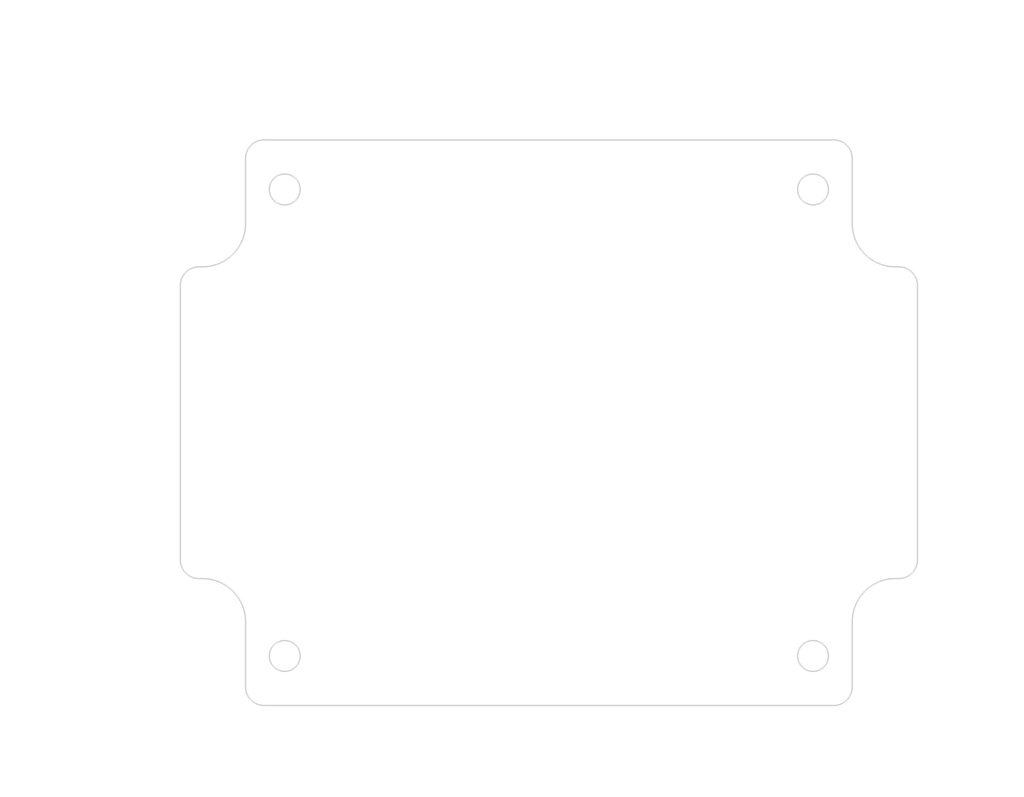
<source format=kicad_pcb>
(kicad_pcb (version 20171130) (host pcbnew "(5.1.0)-1")

  (general
    (thickness 1.6)
    (drawings 91)
    (tracks 0)
    (zones 0)
    (modules 0)
    (nets 1)
  )

  (page A4)
  (layers
    (0 F.Cu signal)
    (31 B.Cu signal)
    (32 B.Adhes user)
    (33 F.Adhes user)
    (34 B.Paste user)
    (35 F.Paste user)
    (36 B.SilkS user)
    (37 F.SilkS user)
    (38 B.Mask user)
    (39 F.Mask user)
    (40 Dwgs.User user)
    (41 Cmts.User user)
    (42 Eco1.User user)
    (43 Eco2.User user)
    (44 Edge.Cuts user)
    (45 Margin user)
    (46 B.CrtYd user)
    (47 F.CrtYd user)
    (48 B.Fab user)
    (49 F.Fab user)
  )

  (setup
    (last_trace_width 0.25)
    (trace_clearance 0.2)
    (zone_clearance 0.508)
    (zone_45_only no)
    (trace_min 0.2)
    (via_size 0.8)
    (via_drill 0.4)
    (via_min_size 0.4)
    (via_min_drill 0.3)
    (uvia_size 0.3)
    (uvia_drill 0.1)
    (uvias_allowed no)
    (uvia_min_size 0.2)
    (uvia_min_drill 0.1)
    (edge_width 0.05)
    (segment_width 0.2)
    (pcb_text_width 0.3)
    (pcb_text_size 1.5 1.5)
    (mod_edge_width 0.12)
    (mod_text_size 1 1)
    (mod_text_width 0.15)
    (pad_size 1.524 1.524)
    (pad_drill 0.762)
    (pad_to_mask_clearance 0.051)
    (solder_mask_min_width 0.25)
    (aux_axis_origin 0 0)
    (visible_elements FFFFFF7F)
    (pcbplotparams
      (layerselection 0x010fc_ffffffff)
      (usegerberextensions false)
      (usegerberattributes false)
      (usegerberadvancedattributes false)
      (creategerberjobfile false)
      (excludeedgelayer true)
      (linewidth 0.152400)
      (plotframeref false)
      (viasonmask false)
      (mode 1)
      (useauxorigin false)
      (hpglpennumber 1)
      (hpglpenspeed 20)
      (hpglpendiameter 15.000000)
      (psnegative false)
      (psa4output false)
      (plotreference true)
      (plotvalue true)
      (plotinvisibletext false)
      (padsonsilk false)
      (subtractmaskfromsilk false)
      (outputformat 1)
      (mirror false)
      (drillshape 1)
      (scaleselection 1)
      (outputdirectory ""))
  )

  (net 0 "")

  (net_class Default "This is the default net class."
    (clearance 0.2)
    (trace_width 0.25)
    (via_dia 0.8)
    (via_drill 0.4)
    (uvia_dia 0.3)
    (uvia_drill 0.1)
  )

  (gr_arc (start 101.572407 121.170763) (end 98.85603 121.170763) (angle -90) (layer Edge.Cuts) (width 0.2))
  (gr_line (start 98.85603 121.170763) (end 98.85603 81.170763) (layer Edge.Cuts) (width 0.2))
  (gr_arc (start 101.572407 81.170763) (end 101.572407 78.454387) (angle -89.99999996) (layer Edge.Cuts) (width 0.2))
  (gr_line (start 101.572407 78.454387) (end 102.072407 78.454387) (layer Edge.Cuts) (width 0.2))
  (gr_arc (start 102.072407 72.170763) (end 102.072407 78.454387) (angle -89.99999996) (layer Edge.Cuts) (width 0.2))
  (gr_line (start 108.35603 72.170763) (end 108.35603 62.670763) (layer Edge.Cuts) (width 0.2))
  (gr_arc (start 111.072407 62.670763) (end 111.072407 59.954387) (angle -89.99999996) (layer Edge.Cuts) (width 0.2))
  (gr_line (start 111.072407 59.954387) (end 194.072407 59.954387) (layer Edge.Cuts) (width 0.2))
  (gr_arc (start 194.072407 62.670763) (end 196.788783 62.670763) (angle -90.00000004) (layer Edge.Cuts) (width 0.2))
  (gr_line (start 196.788783 62.670763) (end 196.788783 72.170763) (layer Edge.Cuts) (width 0.2))
  (gr_arc (start 203.072407 72.170763) (end 196.788783 72.170763) (angle -90) (layer Edge.Cuts) (width 0.2))
  (gr_line (start 203.072407 78.454387) (end 203.572407 78.454387) (layer Edge.Cuts) (width 0.2))
  (gr_arc (start 203.572407 81.170763) (end 206.288783 81.170763) (angle -90) (layer Edge.Cuts) (width 0.2))
  (gr_line (start 206.288783 81.170763) (end 206.288783 121.170763) (layer Edge.Cuts) (width 0.2))
  (gr_arc (start 203.572407 121.170763) (end 203.572407 123.88714) (angle -90) (layer Edge.Cuts) (width 0.2))
  (gr_line (start 203.572407 123.88714) (end 203.072407 123.88714) (layer Edge.Cuts) (width 0.2))
  (gr_arc (start 203.072407 130.170763) (end 203.072407 123.88714) (angle -90) (layer Edge.Cuts) (width 0.2))
  (gr_line (start 196.788783 130.170763) (end 196.788783 139.670763) (layer Edge.Cuts) (width 0.2))
  (gr_arc (start 194.072407 139.670763) (end 194.072407 142.38714) (angle -90.00000001) (layer Edge.Cuts) (width 0.2))
  (gr_line (start 194.072407 142.38714) (end 111.072407 142.38714) (layer Edge.Cuts) (width 0.2))
  (gr_arc (start 111.072407 139.670763) (end 108.35603 139.670763) (angle -90) (layer Edge.Cuts) (width 0.2))
  (gr_line (start 108.35603 139.670763) (end 108.35603 130.170763) (layer Edge.Cuts) (width 0.2))
  (gr_arc (start 102.072407 130.170763) (end 108.35603 130.170763) (angle -90) (layer Edge.Cuts) (width 0.2))
  (gr_line (start 102.072407 123.88714) (end 101.572407 123.88714) (layer Edge.Cuts) (width 0.2))
  (gr_circle (center 114.072407 67.170763) (end 116.322407 67.170763) (layer Edge.Cuts) (width 0.2))
  (gr_circle (center 114.072407 135.170763) (end 116.322407 135.170763) (layer Edge.Cuts) (width 0.2))
  (gr_circle (center 191.072407 135.170763) (end 193.322407 135.170763) (layer Edge.Cuts) (width 0.2))
  (gr_circle (center 191.072407 67.170763) (end 193.322407 67.170763) (layer Edge.Cuts) (width 0.2))
  (gr_line (start 191.072407 135.260763) (end 191.072407 135.080763) (layer Dwgs.User) (width 0.2))
  (gr_line (start 190.982407 135.170763) (end 191.162407 135.170763) (layer Dwgs.User) (width 0.2))
  (gr_text " ∅4.50\n[∅0.18]" (at 206.733464 150.388716) (layer Dwgs.User)
    (effects (font (size 1.7 1.53) (thickness 0.2125)))
  )
  (gr_line (start 200.196595 150.388716) (end 193.257854 138.815804) (layer Dwgs.User) (width 0.2))
  (gr_line (start 202.196595 150.388716) (end 200.196595 150.388716) (layer Dwgs.User) (width 0.2))
  (gr_text [.28] (at 92.167234 150.227554) (layer Dwgs.User)
    (effects (font (size 1.7 1.53) (thickness 0.2125)))
  )
  (gr_text " 7.22" (at 92.167234 146.684614) (layer Dwgs.User)
    (effects (font (size 1.7 1.53) (thickness 0.2125)))
  )
  (gr_line (start 97.545645 148.338093) (end 95.545645 148.338093) (layer Dwgs.User) (width 0.2))
  (gr_line (start 97.545645 142.38714) (end 97.545645 148.338093) (layer Dwgs.User) (width 0.2))
  (gr_line (start 97.545645 137.170763) (end 97.545645 140.38714) (layer Dwgs.User) (width 0.2))
  (gr_line (start 113.072407 135.170763) (end 94.370645 135.170763) (layer Dwgs.User) (width 0.2))
  (gr_line (start 110.072407 142.38714) (end 94.370645 142.38714) (layer Dwgs.User) (width 0.2))
  (gr_text [.60] (at 105.426495 154.370215) (layer Dwgs.User)
    (effects (font (size 1.7 1.53) (thickness 0.2125)))
  )
  (gr_text " 15.22" (at 105.426495 150.81278) (layer Dwgs.User)
    (effects (font (size 1.7 1.53) (thickness 0.2125)))
  )
  (gr_line (start 100.85603 152.480754) (end 101.387682 152.480754) (layer Dwgs.User) (width 0.2))
  (gr_line (start 112.072407 152.480754) (end 109.465308 152.480754) (layer Dwgs.User) (width 0.2))
  (gr_line (start 98.85603 122.170763) (end 98.85603 155.655754) (layer Dwgs.User) (width 0.2))
  (gr_line (start 114.072407 136.170763) (end 114.072407 155.655754) (layer Dwgs.User) (width 0.2))
  (gr_text " ∅12.57\n[∅0.49]" (at 216.736952 140.609994) (layer Dwgs.User)
    (effects (font (size 1.7 1.53) (thickness 0.2125)))
  )
  (gr_line (start 209.613929 140.609994) (end 200.797841 126.540918) (layer Dwgs.User) (width 0.2))
  (gr_line (start 211.765806 140.609994) (end 209.613929 140.609994) (layer Dwgs.User) (width 0.2))
  (gr_text [3.03] (at 152.572407 153.060224) (layer Dwgs.User)
    (effects (font (size 1.7 1.53) (thickness 0.2125)))
  )
  (gr_text " 77.00" (at 152.572407 149.502789) (layer Dwgs.User)
    (effects (font (size 1.7 1.53) (thickness 0.2125)))
  )
  (gr_line (start 189.072407 151.170763) (end 156.617018 151.170763) (layer Dwgs.User) (width 0.2))
  (gr_line (start 116.072407 151.170763) (end 148.527795 151.170763) (layer Dwgs.User) (width 0.2))
  (gr_line (start 191.072407 136.170763) (end 191.072407 154.345763) (layer Dwgs.User) (width 0.2))
  (gr_line (start 114.072407 136.170763) (end 114.072407 154.345763) (layer Dwgs.User) (width 0.2))
  (gr_text [2.68] (at 212.471639 103.060224) (layer Dwgs.User)
    (effects (font (size 1.7 1.53) (thickness 0.2125)))
  )
  (gr_text " 68.00" (at 212.471639 99.502789) (layer Dwgs.User)
    (effects (font (size 1.7 1.53) (thickness 0.2125)))
  )
  (gr_line (start 212.471639 133.170763) (end 212.471639 104.728199) (layer Dwgs.User) (width 0.2))
  (gr_line (start 212.471639 69.170763) (end 212.471639 97.613328) (layer Dwgs.User) (width 0.2))
  (gr_line (start 192.072407 135.170763) (end 215.646639 135.170763) (layer Dwgs.User) (width 0.2))
  (gr_line (start 192.072407 67.170763) (end 215.646639 67.170763) (layer Dwgs.User) (width 0.2))
  (gr_text [1.79] (at 89.606368 103.060224) (layer Dwgs.User)
    (effects (font (size 1.7 1.53) (thickness 0.2125)))
  )
  (gr_text " 45.43" (at 89.606368 99.502209) (layer Dwgs.User)
    (effects (font (size 1.7 1.53) (thickness 0.2125)))
  )
  (gr_line (start 89.606368 121.88714) (end 89.606368 104.728778) (layer Dwgs.User) (width 0.2))
  (gr_line (start 89.606368 80.454387) (end 89.606368 97.612748) (layer Dwgs.User) (width 0.2))
  (gr_line (start 100.572407 123.88714) (end 86.431368 123.88714) (layer Dwgs.User) (width 0.2))
  (gr_line (start 100.572407 78.454387) (end 86.431368 78.454387) (layer Dwgs.User) (width 0.2))
  (gr_text [3.25] (at 76.59566 103.060224) (layer Dwgs.User)
    (effects (font (size 1.7 1.53) (thickness 0.2125)))
  )
  (gr_text " 82.43" (at 76.59566 99.502209) (layer Dwgs.User)
    (effects (font (size 1.7 1.53) (thickness 0.2125)))
  )
  (gr_line (start 76.59566 140.38714) (end 76.59566 104.728778) (layer Dwgs.User) (width 0.2))
  (gr_line (start 76.59566 61.954387) (end 76.59566 97.612748) (layer Dwgs.User) (width 0.2))
  (gr_line (start 110.072407 142.38714) (end 73.42066 142.38714) (layer Dwgs.User) (width 0.2))
  (gr_line (start 110.072407 59.954387) (end 73.42066 59.954387) (layer Dwgs.User) (width 0.2))
  (gr_text [3.48] (at 152.572407 56.245167) (layer Dwgs.User)
    (effects (font (size 1.7 1.53) (thickness 0.2125)))
  )
  (gr_text " 88.43" (at 152.572407 52.687152) (layer Dwgs.User)
    (effects (font (size 1.7 1.53) (thickness 0.2125)))
  )
  (gr_line (start 194.788783 54.355706) (end 156.619917 54.355706) (layer Dwgs.User) (width 0.2))
  (gr_line (start 110.35603 54.355706) (end 148.524896 54.355706) (layer Dwgs.User) (width 0.2))
  (gr_line (start 196.788783 61.670763) (end 196.788783 51.180706) (layer Dwgs.User) (width 0.2))
  (gr_line (start 108.35603 61.670763) (end 108.35603 51.180706) (layer Dwgs.User) (width 0.2))
  (gr_text [.37] (at 92.990595 58.109428) (layer Dwgs.User)
    (effects (font (size 1.7 1.53) (thickness 0.2125)))
  )
  (gr_text " 9.50" (at 92.990595 54.551993) (layer Dwgs.User)
    (effects (font (size 1.7 1.53) (thickness 0.2125)))
  )
  (gr_line (start 98.85603 56.219967) (end 96.374804 56.219967) (layer Dwgs.User) (width 0.2))
  (gr_line (start 106.35603 56.219967) (end 100.85603 56.219967) (layer Dwgs.User) (width 0.2))
  (gr_line (start 108.35603 61.670763) (end 108.35603 53.044967) (layer Dwgs.User) (width 0.2))
  (gr_line (start 98.85603 80.170763) (end 98.85603 53.044967) (layer Dwgs.User) (width 0.2))
  (gr_text [4.23] (at 152.572407 44.724305) (layer Dwgs.User)
    (effects (font (size 1.7 1.53) (thickness 0.2125)))
  )
  (gr_text " 107.43" (at 152.572407 41.16629) (layer Dwgs.User)
    (effects (font (size 1.7 1.53) (thickness 0.2125)))
  )
  (gr_line (start 204.288783 42.834844) (end 157.280319 42.834844) (layer Dwgs.User) (width 0.2))
  (gr_line (start 100.85603 42.834844) (end 147.864494 42.834844) (layer Dwgs.User) (width 0.2))
  (gr_line (start 206.288783 80.170763) (end 206.288783 39.659844) (layer Dwgs.User) (width 0.2))
  (gr_line (start 98.85603 80.170763) (end 98.85603 39.659844) (layer Dwgs.User) (width 0.2))

)

</source>
